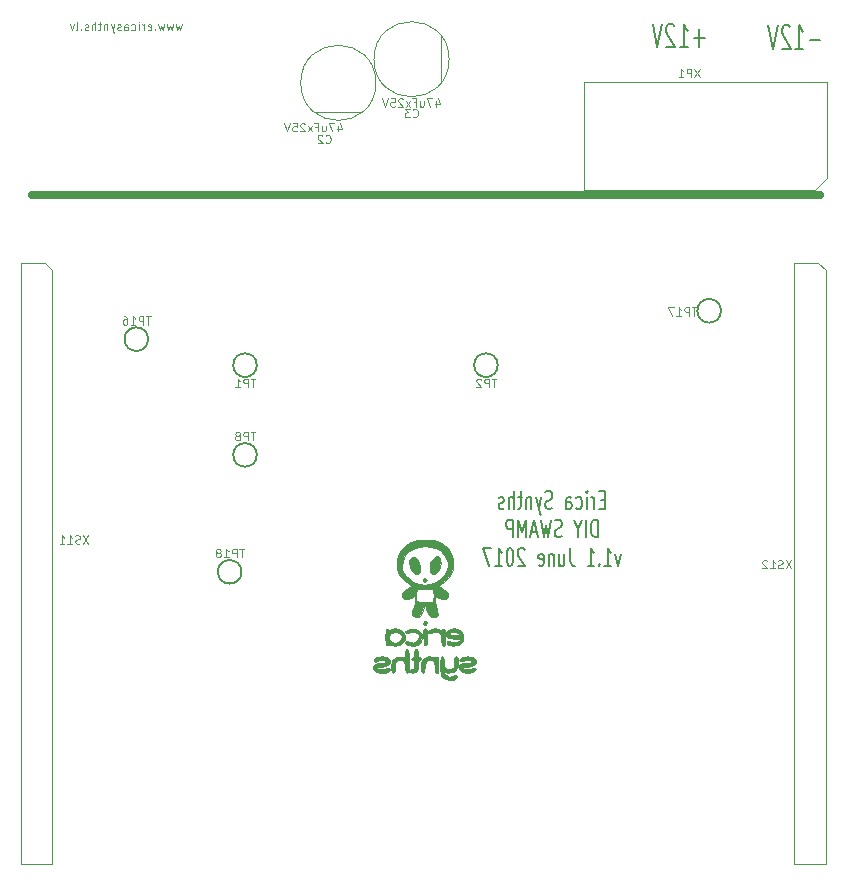
<source format=gbo>
G04 #@! TF.FileFunction,Legend,Bot*
%FSLAX46Y46*%
G04 Gerber Fmt 4.6, Leading zero omitted, Abs format (unit mm)*
G04 Created by KiCad (PCBNEW (2016-08-20 BZR 7083)-product) date Thu Jun  8 07:23:42 2017*
%MOMM*%
%LPD*%
G01*
G04 APERTURE LIST*
%ADD10C,0.100000*%
%ADD11C,0.700000*%
%ADD12C,0.200000*%
%ADD13C,0.150000*%
G04 APERTURE END LIST*
D10*
D11*
X68100000Y90200000D02*
X1400000Y90200000D01*
D10*
X14050000Y104650000D02*
X13916666Y104183334D01*
X13783333Y104516667D01*
X13650000Y104183334D01*
X13516666Y104650000D01*
X13316666Y104650000D02*
X13183333Y104183334D01*
X13050000Y104516667D01*
X12916666Y104183334D01*
X12783333Y104650000D01*
X12583333Y104650000D02*
X12450000Y104183334D01*
X12316666Y104516667D01*
X12183333Y104183334D01*
X12050000Y104650000D01*
X11783333Y104250000D02*
X11750000Y104216667D01*
X11783333Y104183334D01*
X11816666Y104216667D01*
X11783333Y104250000D01*
X11783333Y104183334D01*
X11183333Y104216667D02*
X11250000Y104183334D01*
X11383333Y104183334D01*
X11450000Y104216667D01*
X11483333Y104283334D01*
X11483333Y104550000D01*
X11450000Y104616667D01*
X11383333Y104650000D01*
X11250000Y104650000D01*
X11183333Y104616667D01*
X11150000Y104550000D01*
X11150000Y104483334D01*
X11483333Y104416667D01*
X10850000Y104183334D02*
X10850000Y104650000D01*
X10850000Y104516667D02*
X10816666Y104583334D01*
X10783333Y104616667D01*
X10716666Y104650000D01*
X10650000Y104650000D01*
X10416666Y104183334D02*
X10416666Y104650000D01*
X10416666Y104883334D02*
X10450000Y104850000D01*
X10416666Y104816667D01*
X10383333Y104850000D01*
X10416666Y104883334D01*
X10416666Y104816667D01*
X9783333Y104216667D02*
X9850000Y104183334D01*
X9983333Y104183334D01*
X10050000Y104216667D01*
X10083333Y104250000D01*
X10116666Y104316667D01*
X10116666Y104516667D01*
X10083333Y104583334D01*
X10050000Y104616667D01*
X9983333Y104650000D01*
X9850000Y104650000D01*
X9783333Y104616667D01*
X9183333Y104183334D02*
X9183333Y104550000D01*
X9216666Y104616667D01*
X9283333Y104650000D01*
X9416666Y104650000D01*
X9483333Y104616667D01*
X9183333Y104216667D02*
X9250000Y104183334D01*
X9416666Y104183334D01*
X9483333Y104216667D01*
X9516666Y104283334D01*
X9516666Y104350000D01*
X9483333Y104416667D01*
X9416666Y104450000D01*
X9250000Y104450000D01*
X9183333Y104483334D01*
X8883333Y104216667D02*
X8816666Y104183334D01*
X8683333Y104183334D01*
X8616666Y104216667D01*
X8583333Y104283334D01*
X8583333Y104316667D01*
X8616666Y104383334D01*
X8683333Y104416667D01*
X8783333Y104416667D01*
X8850000Y104450000D01*
X8883333Y104516667D01*
X8883333Y104550000D01*
X8850000Y104616667D01*
X8783333Y104650000D01*
X8683333Y104650000D01*
X8616666Y104616667D01*
X8350000Y104650000D02*
X8183333Y104183334D01*
X8016666Y104650000D02*
X8183333Y104183334D01*
X8250000Y104016667D01*
X8283333Y103983334D01*
X8350000Y103950000D01*
X7750000Y104650000D02*
X7750000Y104183334D01*
X7750000Y104583334D02*
X7716666Y104616667D01*
X7650000Y104650000D01*
X7550000Y104650000D01*
X7483333Y104616667D01*
X7450000Y104550000D01*
X7450000Y104183334D01*
X7216666Y104650000D02*
X6950000Y104650000D01*
X7116666Y104883334D02*
X7116666Y104283334D01*
X7083333Y104216667D01*
X7016666Y104183334D01*
X6950000Y104183334D01*
X6716666Y104183334D02*
X6716666Y104883334D01*
X6416666Y104183334D02*
X6416666Y104550000D01*
X6450000Y104616667D01*
X6516666Y104650000D01*
X6616666Y104650000D01*
X6683333Y104616667D01*
X6716666Y104583334D01*
X6116666Y104216667D02*
X6050000Y104183334D01*
X5916666Y104183334D01*
X5850000Y104216667D01*
X5816666Y104283334D01*
X5816666Y104316667D01*
X5850000Y104383334D01*
X5916666Y104416667D01*
X6016666Y104416667D01*
X6083333Y104450000D01*
X6116666Y104516667D01*
X6116666Y104550000D01*
X6083333Y104616667D01*
X6016666Y104650000D01*
X5916666Y104650000D01*
X5850000Y104616667D01*
X5516666Y104250000D02*
X5483333Y104216667D01*
X5516666Y104183334D01*
X5550000Y104216667D01*
X5516666Y104250000D01*
X5516666Y104183334D01*
X5083333Y104183334D02*
X5150000Y104216667D01*
X5183333Y104283334D01*
X5183333Y104883334D01*
X4883333Y104650000D02*
X4716666Y104183334D01*
X4550000Y104650000D01*
D12*
X68114285Y103357143D02*
X67200000Y103357143D01*
X66000000Y102595239D02*
X66685714Y102595239D01*
X66342857Y102595239D02*
X66342857Y104595239D01*
X66457142Y104309524D01*
X66571428Y104119048D01*
X66685714Y104023810D01*
X65542857Y104404762D02*
X65485714Y104500000D01*
X65371428Y104595239D01*
X65085714Y104595239D01*
X64971428Y104500000D01*
X64914285Y104404762D01*
X64857142Y104214286D01*
X64857142Y104023810D01*
X64914285Y103738096D01*
X65600000Y102595239D01*
X64857142Y102595239D01*
X64514285Y104595239D02*
X64114285Y102595239D01*
X63714285Y104595239D01*
X58314285Y103457143D02*
X57400000Y103457143D01*
X57857142Y102695239D02*
X57857142Y104219048D01*
X56200000Y102695239D02*
X56885714Y102695239D01*
X56542857Y102695239D02*
X56542857Y104695239D01*
X56657142Y104409524D01*
X56771428Y104219048D01*
X56885714Y104123810D01*
X55742857Y104504762D02*
X55685714Y104600000D01*
X55571428Y104695239D01*
X55285714Y104695239D01*
X55171428Y104600000D01*
X55114285Y104504762D01*
X55057142Y104314286D01*
X55057142Y104123810D01*
X55114285Y103838096D01*
X55800000Y102695239D01*
X55057142Y102695239D01*
X54714285Y104695239D02*
X54314285Y102695239D01*
X53914285Y104695239D01*
D13*
X49876190Y64407143D02*
X49542857Y64407143D01*
X49400000Y63621429D02*
X49876190Y63621429D01*
X49876190Y65121429D01*
X49400000Y65121429D01*
X48971428Y63621429D02*
X48971428Y64621429D01*
X48971428Y64335715D02*
X48923809Y64478572D01*
X48876190Y64550000D01*
X48780952Y64621429D01*
X48685714Y64621429D01*
X48352380Y63621429D02*
X48352380Y64621429D01*
X48352380Y65121429D02*
X48400000Y65050000D01*
X48352380Y64978572D01*
X48304761Y65050000D01*
X48352380Y65121429D01*
X48352380Y64978572D01*
X47447619Y63692858D02*
X47542857Y63621429D01*
X47733333Y63621429D01*
X47828571Y63692858D01*
X47876190Y63764286D01*
X47923809Y63907143D01*
X47923809Y64335715D01*
X47876190Y64478572D01*
X47828571Y64550000D01*
X47733333Y64621429D01*
X47542857Y64621429D01*
X47447619Y64550000D01*
X46590476Y63621429D02*
X46590476Y64407143D01*
X46638095Y64550000D01*
X46733333Y64621429D01*
X46923809Y64621429D01*
X47019047Y64550000D01*
X46590476Y63692858D02*
X46685714Y63621429D01*
X46923809Y63621429D01*
X47019047Y63692858D01*
X47066666Y63835715D01*
X47066666Y63978572D01*
X47019047Y64121429D01*
X46923809Y64192858D01*
X46685714Y64192858D01*
X46590476Y64264286D01*
X45400000Y63692858D02*
X45257142Y63621429D01*
X45019047Y63621429D01*
X44923809Y63692858D01*
X44876190Y63764286D01*
X44828571Y63907143D01*
X44828571Y64050000D01*
X44876190Y64192858D01*
X44923809Y64264286D01*
X45019047Y64335715D01*
X45209523Y64407143D01*
X45304761Y64478572D01*
X45352380Y64550000D01*
X45400000Y64692858D01*
X45400000Y64835715D01*
X45352380Y64978572D01*
X45304761Y65050000D01*
X45209523Y65121429D01*
X44971428Y65121429D01*
X44828571Y65050000D01*
X44495238Y64621429D02*
X44257142Y63621429D01*
X44019047Y64621429D02*
X44257142Y63621429D01*
X44352380Y63264286D01*
X44400000Y63192858D01*
X44495238Y63121429D01*
X43638095Y64621429D02*
X43638095Y63621429D01*
X43638095Y64478572D02*
X43590476Y64550000D01*
X43495238Y64621429D01*
X43352380Y64621429D01*
X43257142Y64550000D01*
X43209523Y64407143D01*
X43209523Y63621429D01*
X42876190Y64621429D02*
X42495238Y64621429D01*
X42733333Y65121429D02*
X42733333Y63835715D01*
X42685714Y63692858D01*
X42590476Y63621429D01*
X42495238Y63621429D01*
X42161904Y63621429D02*
X42161904Y65121429D01*
X41733333Y63621429D02*
X41733333Y64407143D01*
X41780952Y64550000D01*
X41876190Y64621429D01*
X42019047Y64621429D01*
X42114285Y64550000D01*
X42161904Y64478572D01*
X41304761Y63692858D02*
X41209523Y63621429D01*
X41019047Y63621429D01*
X40923809Y63692858D01*
X40876190Y63835715D01*
X40876190Y63907143D01*
X40923809Y64050000D01*
X41019047Y64121429D01*
X41161904Y64121429D01*
X41257142Y64192858D01*
X41304761Y64335715D01*
X41304761Y64407143D01*
X41257142Y64550000D01*
X41161904Y64621429D01*
X41019047Y64621429D01*
X40923809Y64550000D01*
X49257142Y61221429D02*
X49257142Y62721429D01*
X49019047Y62721429D01*
X48876190Y62650000D01*
X48780952Y62507143D01*
X48733333Y62364286D01*
X48685714Y62078572D01*
X48685714Y61864286D01*
X48733333Y61578572D01*
X48780952Y61435715D01*
X48876190Y61292858D01*
X49019047Y61221429D01*
X49257142Y61221429D01*
X48257142Y61221429D02*
X48257142Y62721429D01*
X47590476Y61935715D02*
X47590476Y61221429D01*
X47923809Y62721429D02*
X47590476Y61935715D01*
X47257142Y62721429D01*
X46209523Y61292858D02*
X46066666Y61221429D01*
X45828571Y61221429D01*
X45733333Y61292858D01*
X45685714Y61364286D01*
X45638095Y61507143D01*
X45638095Y61650000D01*
X45685714Y61792858D01*
X45733333Y61864286D01*
X45828571Y61935715D01*
X46019047Y62007143D01*
X46114285Y62078572D01*
X46161904Y62150000D01*
X46209523Y62292858D01*
X46209523Y62435715D01*
X46161904Y62578572D01*
X46114285Y62650000D01*
X46019047Y62721429D01*
X45780952Y62721429D01*
X45638095Y62650000D01*
X45304761Y62721429D02*
X45066666Y61221429D01*
X44876190Y62292858D01*
X44685714Y61221429D01*
X44447619Y62721429D01*
X44114285Y61650000D02*
X43638095Y61650000D01*
X44209523Y61221429D02*
X43876190Y62721429D01*
X43542857Y61221429D01*
X43209523Y61221429D02*
X43209523Y62721429D01*
X42876190Y61650000D01*
X42542857Y62721429D01*
X42542857Y61221429D01*
X42066666Y61221429D02*
X42066666Y62721429D01*
X41685714Y62721429D01*
X41590476Y62650000D01*
X41542857Y62578572D01*
X41495238Y62435715D01*
X41495238Y62221429D01*
X41542857Y62078572D01*
X41590476Y62007143D01*
X41685714Y61935715D01*
X42066666Y61935715D01*
X51209523Y59821429D02*
X50971428Y58821429D01*
X50733333Y59821429D01*
X49828571Y58821429D02*
X50400000Y58821429D01*
X50114285Y58821429D02*
X50114285Y60321429D01*
X50209523Y60107143D01*
X50304761Y59964286D01*
X50400000Y59892858D01*
X49400000Y58964286D02*
X49352380Y58892858D01*
X49400000Y58821429D01*
X49447619Y58892858D01*
X49400000Y58964286D01*
X49400000Y58821429D01*
X48400000Y58821429D02*
X48971428Y58821429D01*
X48685714Y58821429D02*
X48685714Y60321429D01*
X48780952Y60107143D01*
X48876190Y59964286D01*
X48971428Y59892858D01*
X46923809Y60321429D02*
X46923809Y59250000D01*
X46971428Y59035715D01*
X47066666Y58892858D01*
X47209523Y58821429D01*
X47304761Y58821429D01*
X46019047Y59821429D02*
X46019047Y58821429D01*
X46447619Y59821429D02*
X46447619Y59035715D01*
X46400000Y58892858D01*
X46304761Y58821429D01*
X46161904Y58821429D01*
X46066666Y58892858D01*
X46019047Y58964286D01*
X45542857Y59821429D02*
X45542857Y58821429D01*
X45542857Y59678572D02*
X45495238Y59750000D01*
X45400000Y59821429D01*
X45257142Y59821429D01*
X45161904Y59750000D01*
X45114285Y59607143D01*
X45114285Y58821429D01*
X44257142Y58892858D02*
X44352380Y58821429D01*
X44542857Y58821429D01*
X44638095Y58892858D01*
X44685714Y59035715D01*
X44685714Y59607143D01*
X44638095Y59750000D01*
X44542857Y59821429D01*
X44352380Y59821429D01*
X44257142Y59750000D01*
X44209523Y59607143D01*
X44209523Y59464286D01*
X44685714Y59321429D01*
X43066666Y60178572D02*
X43019047Y60250000D01*
X42923809Y60321429D01*
X42685714Y60321429D01*
X42590476Y60250000D01*
X42542857Y60178572D01*
X42495238Y60035715D01*
X42495238Y59892858D01*
X42542857Y59678572D01*
X43114285Y58821429D01*
X42495238Y58821429D01*
X41876190Y60321429D02*
X41780952Y60321429D01*
X41685714Y60250000D01*
X41638095Y60178572D01*
X41590476Y60035715D01*
X41542857Y59750000D01*
X41542857Y59392858D01*
X41590476Y59107143D01*
X41638095Y58964286D01*
X41685714Y58892858D01*
X41780952Y58821429D01*
X41876190Y58821429D01*
X41971428Y58892858D01*
X42019047Y58964286D01*
X42066666Y59107143D01*
X42114285Y59392858D01*
X42114285Y59750000D01*
X42066666Y60035715D01*
X42019047Y60178572D01*
X41971428Y60250000D01*
X41876190Y60321429D01*
X40590476Y58821429D02*
X41161904Y58821429D01*
X40876190Y58821429D02*
X40876190Y60321429D01*
X40971428Y60107143D01*
X41066666Y59964286D01*
X41161904Y59892858D01*
X40257142Y60321429D02*
X39590476Y60321429D01*
X40019047Y58821429D01*
D10*
G36*
X35932782Y50473353D02*
X35934600Y50303799D01*
X35943211Y50000886D01*
X35958139Y49780944D01*
X35981599Y49625429D01*
X36015808Y49515795D01*
X36032933Y49480751D01*
X36174904Y49319142D01*
X36383932Y49202781D01*
X36632090Y49140846D01*
X36891451Y49142517D01*
X36996094Y49164144D01*
X37172284Y49237983D01*
X37286256Y49337637D01*
X37321279Y49446498D01*
X37313590Y49479254D01*
X37267970Y49543717D01*
X37186493Y49556413D01*
X37048178Y49517482D01*
X36958147Y49481633D01*
X36797118Y49431146D01*
X36653616Y49436654D01*
X36576969Y49456466D01*
X36407877Y49525683D01*
X36308097Y49624488D01*
X36254312Y49751671D01*
X36238476Y49825415D01*
X36271282Y49841343D01*
X36375603Y49810023D01*
X36378453Y49809030D01*
X36590241Y49770459D01*
X36821540Y49782511D01*
X37032546Y49839427D01*
X37171723Y49923803D01*
X37282417Y50039707D01*
X37352569Y50155741D01*
X37394327Y50303226D01*
X37419837Y50513484D01*
X37424878Y50576596D01*
X37428625Y50847405D01*
X37393144Y51031332D01*
X37319300Y51125303D01*
X37267000Y51137600D01*
X37178116Y51092567D01*
X37120088Y50955903D01*
X37092155Y50725264D01*
X37089200Y50590014D01*
X37082733Y50384762D01*
X37059621Y50254443D01*
X37014300Y50172992D01*
X36996300Y50154874D01*
X36859085Y50089000D01*
X36677161Y50072327D01*
X36494219Y50103978D01*
X36371531Y50167424D01*
X36310566Y50228921D01*
X36272227Y50309807D01*
X36249543Y50435897D01*
X36235542Y50633011D01*
X36233355Y50679148D01*
X36218168Y50901418D01*
X36194684Y51039166D01*
X36159210Y51109364D01*
X36136506Y51124178D01*
X36056496Y51132381D01*
X35998366Y51080530D01*
X35959868Y50959494D01*
X35938756Y50760145D01*
X35932782Y50473353D01*
X35932782Y50473353D01*
X35932782Y50473353D01*
G37*
X35932782Y50473353D02*
X35934600Y50303799D01*
X35943211Y50000886D01*
X35958139Y49780944D01*
X35981599Y49625429D01*
X36015808Y49515795D01*
X36032933Y49480751D01*
X36174904Y49319142D01*
X36383932Y49202781D01*
X36632090Y49140846D01*
X36891451Y49142517D01*
X36996094Y49164144D01*
X37172284Y49237983D01*
X37286256Y49337637D01*
X37321279Y49446498D01*
X37313590Y49479254D01*
X37267970Y49543717D01*
X37186493Y49556413D01*
X37048178Y49517482D01*
X36958147Y49481633D01*
X36797118Y49431146D01*
X36653616Y49436654D01*
X36576969Y49456466D01*
X36407877Y49525683D01*
X36308097Y49624488D01*
X36254312Y49751671D01*
X36238476Y49825415D01*
X36271282Y49841343D01*
X36375603Y49810023D01*
X36378453Y49809030D01*
X36590241Y49770459D01*
X36821540Y49782511D01*
X37032546Y49839427D01*
X37171723Y49923803D01*
X37282417Y50039707D01*
X37352569Y50155741D01*
X37394327Y50303226D01*
X37419837Y50513484D01*
X37424878Y50576596D01*
X37428625Y50847405D01*
X37393144Y51031332D01*
X37319300Y51125303D01*
X37267000Y51137600D01*
X37178116Y51092567D01*
X37120088Y50955903D01*
X37092155Y50725264D01*
X37089200Y50590014D01*
X37082733Y50384762D01*
X37059621Y50254443D01*
X37014300Y50172992D01*
X36996300Y50154874D01*
X36859085Y50089000D01*
X36677161Y50072327D01*
X36494219Y50103978D01*
X36371531Y50167424D01*
X36310566Y50228921D01*
X36272227Y50309807D01*
X36249543Y50435897D01*
X36235542Y50633011D01*
X36233355Y50679148D01*
X36218168Y50901418D01*
X36194684Y51039166D01*
X36159210Y51109364D01*
X36136506Y51124178D01*
X36056496Y51132381D01*
X35998366Y51080530D01*
X35959868Y50959494D01*
X35938756Y50760145D01*
X35932782Y50473353D01*
X35932782Y50473353D01*
G36*
X37496540Y50221686D02*
X37537640Y50044341D01*
X37658457Y49895084D01*
X37851750Y49792140D01*
X38097172Y49740515D01*
X38374375Y49745211D01*
X38584481Y49786904D01*
X38785880Y49862646D01*
X38905138Y49951306D01*
X38935285Y50045506D01*
X38894974Y50115599D01*
X38812723Y50163248D01*
X38705334Y50138054D01*
X38697897Y50134715D01*
X38518060Y50075597D01*
X38319601Y50045455D01*
X38126919Y50043133D01*
X37964411Y50067474D01*
X37856475Y50117321D01*
X37825800Y50176055D01*
X37852671Y50215732D01*
X37943205Y50244497D01*
X38112285Y50265903D01*
X38243571Y50275790D01*
X38552557Y50315048D01*
X38770889Y50388529D01*
X38904643Y50499364D01*
X38959232Y50644812D01*
X38937602Y50832632D01*
X38828602Y50979863D01*
X38640204Y51081024D01*
X38380380Y51130635D01*
X38246532Y51134733D01*
X38007706Y51114999D01*
X37805942Y51066483D01*
X37654542Y50997112D01*
X37566812Y50914808D01*
X37556054Y50827497D01*
X37613823Y50757856D01*
X37693803Y50717173D01*
X37787186Y50726552D01*
X37878892Y50760832D01*
X38056827Y50811308D01*
X38254357Y50831747D01*
X38438197Y50822516D01*
X38575063Y50783980D01*
X38616414Y50752729D01*
X38649825Y50675900D01*
X38598446Y50622798D01*
X38457349Y50591415D01*
X38221608Y50579741D01*
X38191578Y50579578D01*
X37899052Y50554358D01*
X37681961Y50483240D01*
X37545920Y50370818D01*
X37496540Y50221686D01*
X37496540Y50221686D01*
X37496540Y50221686D01*
G37*
X37496540Y50221686D02*
X37537640Y50044341D01*
X37658457Y49895084D01*
X37851750Y49792140D01*
X38097172Y49740515D01*
X38374375Y49745211D01*
X38584481Y49786904D01*
X38785880Y49862646D01*
X38905138Y49951306D01*
X38935285Y50045506D01*
X38894974Y50115599D01*
X38812723Y50163248D01*
X38705334Y50138054D01*
X38697897Y50134715D01*
X38518060Y50075597D01*
X38319601Y50045455D01*
X38126919Y50043133D01*
X37964411Y50067474D01*
X37856475Y50117321D01*
X37825800Y50176055D01*
X37852671Y50215732D01*
X37943205Y50244497D01*
X38112285Y50265903D01*
X38243571Y50275790D01*
X38552557Y50315048D01*
X38770889Y50388529D01*
X38904643Y50499364D01*
X38959232Y50644812D01*
X38937602Y50832632D01*
X38828602Y50979863D01*
X38640204Y51081024D01*
X38380380Y51130635D01*
X38246532Y51134733D01*
X38007706Y51114999D01*
X37805942Y51066483D01*
X37654542Y50997112D01*
X37566812Y50914808D01*
X37556054Y50827497D01*
X37613823Y50757856D01*
X37693803Y50717173D01*
X37787186Y50726552D01*
X37878892Y50760832D01*
X38056827Y50811308D01*
X38254357Y50831747D01*
X38438197Y50822516D01*
X38575063Y50783980D01*
X38616414Y50752729D01*
X38649825Y50675900D01*
X38598446Y50622798D01*
X38457349Y50591415D01*
X38221608Y50579741D01*
X38191578Y50579578D01*
X37899052Y50554358D01*
X37681961Y50483240D01*
X37545920Y50370818D01*
X37496540Y50221686D01*
X37496540Y50221686D01*
G36*
X30232140Y50221686D02*
X30273240Y50044341D01*
X30394428Y49894735D01*
X30589215Y49791782D01*
X30838263Y49741083D01*
X31122234Y49748237D01*
X31232136Y49766639D01*
X31462480Y49829851D01*
X31599864Y49907461D01*
X31652492Y50004468D01*
X31653600Y50023382D01*
X31626824Y50117222D01*
X31539751Y50152602D01*
X31382266Y50131363D01*
X31258840Y50095192D01*
X31070155Y50053482D01*
X30880537Y50043979D01*
X30715544Y50063795D01*
X30600735Y50110042D01*
X30561400Y50174007D01*
X30586172Y50214561D01*
X30671107Y50243481D01*
X30832131Y50264699D01*
X30972146Y50275384D01*
X31271067Y50310924D01*
X31482354Y50375863D01*
X31617056Y50475442D01*
X31686005Y50614023D01*
X31682646Y50790626D01*
X31592821Y50946693D01*
X31431607Y51058300D01*
X31397886Y51071233D01*
X31189213Y51120100D01*
X30970340Y51133485D01*
X30757494Y51116269D01*
X30566902Y51073335D01*
X30414790Y51009563D01*
X30317386Y50929837D01*
X30290916Y50839037D01*
X30340046Y50752983D01*
X30404980Y50702304D01*
X30474366Y50704372D01*
X30577962Y50752030D01*
X30746968Y50807418D01*
X30949975Y50829884D01*
X31147221Y50819134D01*
X31298943Y50774875D01*
X31326391Y50757566D01*
X31385170Y50684056D01*
X31345476Y50629525D01*
X31208766Y50594623D01*
X30976500Y50580001D01*
X30927178Y50579578D01*
X30634652Y50554358D01*
X30417561Y50483240D01*
X30281520Y50370818D01*
X30232140Y50221686D01*
X30232140Y50221686D01*
X30232140Y50221686D01*
G37*
X30232140Y50221686D02*
X30273240Y50044341D01*
X30394428Y49894735D01*
X30589215Y49791782D01*
X30838263Y49741083D01*
X31122234Y49748237D01*
X31232136Y49766639D01*
X31462480Y49829851D01*
X31599864Y49907461D01*
X31652492Y50004468D01*
X31653600Y50023382D01*
X31626824Y50117222D01*
X31539751Y50152602D01*
X31382266Y50131363D01*
X31258840Y50095192D01*
X31070155Y50053482D01*
X30880537Y50043979D01*
X30715544Y50063795D01*
X30600735Y50110042D01*
X30561400Y50174007D01*
X30586172Y50214561D01*
X30671107Y50243481D01*
X30832131Y50264699D01*
X30972146Y50275384D01*
X31271067Y50310924D01*
X31482354Y50375863D01*
X31617056Y50475442D01*
X31686005Y50614023D01*
X31682646Y50790626D01*
X31592821Y50946693D01*
X31431607Y51058300D01*
X31397886Y51071233D01*
X31189213Y51120100D01*
X30970340Y51133485D01*
X30757494Y51116269D01*
X30566902Y51073335D01*
X30414790Y51009563D01*
X30317386Y50929837D01*
X30290916Y50839037D01*
X30340046Y50752983D01*
X30404980Y50702304D01*
X30474366Y50704372D01*
X30577962Y50752030D01*
X30746968Y50807418D01*
X30949975Y50829884D01*
X31147221Y50819134D01*
X31298943Y50774875D01*
X31326391Y50757566D01*
X31385170Y50684056D01*
X31345476Y50629525D01*
X31208766Y50594623D01*
X30976500Y50580001D01*
X30927178Y50579578D01*
X30634652Y50554358D01*
X30417561Y50483240D01*
X30281520Y50370818D01*
X30232140Y50221686D01*
X30232140Y50221686D01*
G36*
X34296741Y50082829D02*
X34315202Y49900841D01*
X34365652Y49800598D01*
X34450219Y49774102D01*
X34462096Y49775403D01*
X34517757Y49791586D01*
X34553735Y49834773D01*
X34576644Y49925801D01*
X34593101Y50085511D01*
X34602230Y50216794D01*
X34632384Y50483589D01*
X34688907Y50664242D01*
X34782192Y50772947D01*
X34922630Y50823897D01*
X35053249Y50832800D01*
X35239952Y50807450D01*
X35364760Y50723669D01*
X35436223Y50569859D01*
X35462890Y50334426D01*
X35463600Y50276176D01*
X35468740Y50040709D01*
X35488272Y49889331D01*
X35528367Y49804864D01*
X35595193Y49770131D01*
X35646836Y49766000D01*
X35768400Y49766000D01*
X35768400Y50427995D01*
X35766460Y50707121D01*
X35759486Y50900277D01*
X35745746Y51023037D01*
X35723510Y51090976D01*
X35691554Y51119478D01*
X35590461Y51115543D01*
X35542401Y51088959D01*
X35448288Y51055478D01*
X35368587Y51083275D01*
X35198584Y51130462D01*
X34986349Y51131260D01*
X34778449Y51088658D01*
X34666261Y51038236D01*
X34494408Y50901124D01*
X34384204Y50726064D01*
X34323085Y50489069D01*
X34308146Y50354559D01*
X34296741Y50082829D01*
X34296741Y50082829D01*
X34296741Y50082829D01*
G37*
X34296741Y50082829D02*
X34315202Y49900841D01*
X34365652Y49800598D01*
X34450219Y49774102D01*
X34462096Y49775403D01*
X34517757Y49791586D01*
X34553735Y49834773D01*
X34576644Y49925801D01*
X34593101Y50085511D01*
X34602230Y50216794D01*
X34632384Y50483589D01*
X34688907Y50664242D01*
X34782192Y50772947D01*
X34922630Y50823897D01*
X35053249Y50832800D01*
X35239952Y50807450D01*
X35364760Y50723669D01*
X35436223Y50569859D01*
X35462890Y50334426D01*
X35463600Y50276176D01*
X35468740Y50040709D01*
X35488272Y49889331D01*
X35528367Y49804864D01*
X35595193Y49770131D01*
X35646836Y49766000D01*
X35768400Y49766000D01*
X35768400Y50427995D01*
X35766460Y50707121D01*
X35759486Y50900277D01*
X35745746Y51023037D01*
X35723510Y51090976D01*
X35691554Y51119478D01*
X35590461Y51115543D01*
X35542401Y51088959D01*
X35448288Y51055478D01*
X35368587Y51083275D01*
X35198584Y51130462D01*
X34986349Y51131260D01*
X34778449Y51088658D01*
X34666261Y51038236D01*
X34494408Y50901124D01*
X34384204Y50726064D01*
X34323085Y50489069D01*
X34308146Y50354559D01*
X34296741Y50082829D01*
X34296741Y50082829D01*
G36*
X33355988Y49943561D02*
X33359959Y49848639D01*
X33431953Y49787297D01*
X33562098Y49765348D01*
X33715295Y49781853D01*
X33856444Y49835874D01*
X33895873Y49862960D01*
X33956975Y49924791D01*
X33996325Y50007014D01*
X34021014Y50135044D01*
X34038136Y50334296D01*
X34041200Y50383660D01*
X34056865Y50594122D01*
X34076019Y50720868D01*
X34103345Y50781779D01*
X34143529Y50794731D01*
X34148724Y50794030D01*
X34252216Y50819834D01*
X34317582Y50906483D01*
X34317182Y51001191D01*
X34246765Y51072212D01*
X34176605Y51096530D01*
X34113504Y51118513D01*
X34075582Y51178196D01*
X34052509Y51299999D01*
X34041200Y51416554D01*
X34020370Y51593331D01*
X33989496Y51691440D01*
X33939986Y51733802D01*
X33920288Y51739052D01*
X33826146Y51728072D01*
X33768005Y51644823D01*
X33740790Y51478718D01*
X33737178Y51357034D01*
X33731716Y51200704D01*
X33709145Y51118915D01*
X33658396Y51084790D01*
X33622100Y51077634D01*
X33524727Y51029873D01*
X33486499Y50946874D01*
X33511553Y50865559D01*
X33593682Y50824029D01*
X33655190Y50807882D01*
X33690364Y50765873D01*
X33706499Y50674865D01*
X33710884Y50511720D01*
X33711000Y50451800D01*
X33709140Y50265770D01*
X33697902Y50158169D01*
X33668802Y50105831D01*
X33613357Y50085589D01*
X33575018Y50080485D01*
X33430559Y50033158D01*
X33355988Y49943561D01*
X33355988Y49943561D01*
X33355988Y49943561D01*
G37*
X33355988Y49943561D02*
X33359959Y49848639D01*
X33431953Y49787297D01*
X33562098Y49765348D01*
X33715295Y49781853D01*
X33856444Y49835874D01*
X33895873Y49862960D01*
X33956975Y49924791D01*
X33996325Y50007014D01*
X34021014Y50135044D01*
X34038136Y50334296D01*
X34041200Y50383660D01*
X34056865Y50594122D01*
X34076019Y50720868D01*
X34103345Y50781779D01*
X34143529Y50794731D01*
X34148724Y50794030D01*
X34252216Y50819834D01*
X34317582Y50906483D01*
X34317182Y51001191D01*
X34246765Y51072212D01*
X34176605Y51096530D01*
X34113504Y51118513D01*
X34075582Y51178196D01*
X34052509Y51299999D01*
X34041200Y51416554D01*
X34020370Y51593331D01*
X33989496Y51691440D01*
X33939986Y51733802D01*
X33920288Y51739052D01*
X33826146Y51728072D01*
X33768005Y51644823D01*
X33740790Y51478718D01*
X33737178Y51357034D01*
X33731716Y51200704D01*
X33709145Y51118915D01*
X33658396Y51084790D01*
X33622100Y51077634D01*
X33524727Y51029873D01*
X33486499Y50946874D01*
X33511553Y50865559D01*
X33593682Y50824029D01*
X33655190Y50807882D01*
X33690364Y50765873D01*
X33706499Y50674865D01*
X33710884Y50511720D01*
X33711000Y50451800D01*
X33709140Y50265770D01*
X33697902Y50158169D01*
X33668802Y50105831D01*
X33613357Y50085589D01*
X33575018Y50080485D01*
X33430559Y50033158D01*
X33355988Y49943561D01*
X33355988Y49943561D01*
G36*
X31776506Y50063459D02*
X31806134Y49886294D01*
X31870940Y49790098D01*
X31954263Y49766000D01*
X32026666Y49792366D01*
X32074320Y49880015D01*
X32100885Y50041779D01*
X32110024Y50290487D01*
X32110107Y50312100D01*
X32130264Y50555294D01*
X32195531Y50715272D01*
X32314992Y50803815D01*
X32497730Y50832706D01*
X32511573Y50832800D01*
X32694425Y50814480D01*
X32821569Y50749877D01*
X32903819Y50624530D01*
X32951988Y50423976D01*
X32972171Y50216794D01*
X32988120Y50007570D01*
X33006882Y49879180D01*
X33034821Y49810920D01*
X33078301Y49782086D01*
X33107635Y49776015D01*
X33211068Y49797937D01*
X33247335Y49843669D01*
X33258137Y49920870D01*
X33267372Y50080442D01*
X33274363Y50303160D01*
X33278437Y50569798D01*
X33279200Y50751046D01*
X33275747Y51110880D01*
X33263875Y51379356D01*
X33241315Y51566529D01*
X33205798Y51682453D01*
X33155056Y51737185D01*
X33086819Y51740779D01*
X33057947Y51731649D01*
X33010910Y51691153D01*
X32984900Y51600554D01*
X32974983Y51438040D01*
X32974400Y51362360D01*
X32971736Y51183521D01*
X32959925Y51087075D01*
X32933244Y51053874D01*
X32885968Y51064767D01*
X32885500Y51064976D01*
X32686005Y51115911D01*
X32453091Y51120971D01*
X32238402Y51081168D01*
X32165212Y51050858D01*
X31991266Y50935816D01*
X31877439Y50792579D01*
X31811044Y50597421D01*
X31779570Y50329612D01*
X31776506Y50063459D01*
X31776506Y50063459D01*
X31776506Y50063459D01*
G37*
X31776506Y50063459D02*
X31806134Y49886294D01*
X31870940Y49790098D01*
X31954263Y49766000D01*
X32026666Y49792366D01*
X32074320Y49880015D01*
X32100885Y50041779D01*
X32110024Y50290487D01*
X32110107Y50312100D01*
X32130264Y50555294D01*
X32195531Y50715272D01*
X32314992Y50803815D01*
X32497730Y50832706D01*
X32511573Y50832800D01*
X32694425Y50814480D01*
X32821569Y50749877D01*
X32903819Y50624530D01*
X32951988Y50423976D01*
X32972171Y50216794D01*
X32988120Y50007570D01*
X33006882Y49879180D01*
X33034821Y49810920D01*
X33078301Y49782086D01*
X33107635Y49776015D01*
X33211068Y49797937D01*
X33247335Y49843669D01*
X33258137Y49920870D01*
X33267372Y50080442D01*
X33274363Y50303160D01*
X33278437Y50569798D01*
X33279200Y50751046D01*
X33275747Y51110880D01*
X33263875Y51379356D01*
X33241315Y51566529D01*
X33205798Y51682453D01*
X33155056Y51737185D01*
X33086819Y51740779D01*
X33057947Y51731649D01*
X33010910Y51691153D01*
X32984900Y51600554D01*
X32974983Y51438040D01*
X32974400Y51362360D01*
X32971736Y51183521D01*
X32959925Y51087075D01*
X32933244Y51053874D01*
X32885968Y51064767D01*
X32885500Y51064976D01*
X32686005Y51115911D01*
X32453091Y51120971D01*
X32238402Y51081168D01*
X32165212Y51050858D01*
X31991266Y50935816D01*
X31877439Y50792579D01*
X31811044Y50597421D01*
X31779570Y50329612D01*
X31776506Y50063459D01*
X31776506Y50063459D01*
G36*
X36450361Y53120121D02*
X36453241Y52970767D01*
X36514353Y52822795D01*
X36630528Y52720890D01*
X36751723Y52679969D01*
X36751723Y52992447D01*
X36754502Y53093005D01*
X36833214Y53168017D01*
X36964496Y53213455D01*
X37124986Y53225292D01*
X37291322Y53199501D01*
X37440140Y53132056D01*
X37463350Y53115113D01*
X37554771Y53030422D01*
X37596884Y52966207D01*
X37597200Y52962713D01*
X37550415Y52940874D01*
X37426050Y52924411D01*
X37248092Y52916093D01*
X37189206Y52915600D01*
X36973104Y52920074D01*
X36839711Y52935672D01*
X36770442Y52965659D01*
X36751723Y52992447D01*
X36751723Y52679969D01*
X36815135Y52658558D01*
X37081541Y52629303D01*
X37161883Y52626411D01*
X37397625Y52613083D01*
X37536650Y52585862D01*
X37583201Y52542248D01*
X37541521Y52479742D01*
X37483399Y52436977D01*
X37241266Y52334621D01*
X36979578Y52331933D01*
X36810056Y52379403D01*
X36634043Y52432506D01*
X36529442Y52425031D01*
X36484007Y52354051D01*
X36479600Y52300410D01*
X36525865Y52205726D01*
X36649198Y52131024D01*
X36826408Y52079836D01*
X37034304Y52055696D01*
X37249696Y52062134D01*
X37449391Y52102684D01*
X37540229Y52138864D01*
X37726381Y52281435D01*
X37846118Y52477481D01*
X37899182Y52703569D01*
X37885318Y52936267D01*
X37804268Y53152141D01*
X37655776Y53327759D01*
X37553980Y53394281D01*
X37316427Y53480675D01*
X37077291Y53505372D01*
X36853844Y53475020D01*
X36663359Y53396264D01*
X36523107Y53275749D01*
X36450361Y53120121D01*
X36450361Y53120121D01*
X36450361Y53120121D01*
G37*
X36450361Y53120121D02*
X36453241Y52970767D01*
X36514353Y52822795D01*
X36630528Y52720890D01*
X36751723Y52679969D01*
X36751723Y52992447D01*
X36754502Y53093005D01*
X36833214Y53168017D01*
X36964496Y53213455D01*
X37124986Y53225292D01*
X37291322Y53199501D01*
X37440140Y53132056D01*
X37463350Y53115113D01*
X37554771Y53030422D01*
X37596884Y52966207D01*
X37597200Y52962713D01*
X37550415Y52940874D01*
X37426050Y52924411D01*
X37248092Y52916093D01*
X37189206Y52915600D01*
X36973104Y52920074D01*
X36839711Y52935672D01*
X36770442Y52965659D01*
X36751723Y52992447D01*
X36751723Y52679969D01*
X36815135Y52658558D01*
X37081541Y52629303D01*
X37161883Y52626411D01*
X37397625Y52613083D01*
X37536650Y52585862D01*
X37583201Y52542248D01*
X37541521Y52479742D01*
X37483399Y52436977D01*
X37241266Y52334621D01*
X36979578Y52331933D01*
X36810056Y52379403D01*
X36634043Y52432506D01*
X36529442Y52425031D01*
X36484007Y52354051D01*
X36479600Y52300410D01*
X36525865Y52205726D01*
X36649198Y52131024D01*
X36826408Y52079836D01*
X37034304Y52055696D01*
X37249696Y52062134D01*
X37449391Y52102684D01*
X37540229Y52138864D01*
X37726381Y52281435D01*
X37846118Y52477481D01*
X37899182Y52703569D01*
X37885318Y52936267D01*
X37804268Y53152141D01*
X37655776Y53327759D01*
X37553980Y53394281D01*
X37316427Y53480675D01*
X37077291Y53505372D01*
X36853844Y53475020D01*
X36663359Y53396264D01*
X36523107Y53275749D01*
X36450361Y53120121D01*
X36450361Y53120121D01*
G36*
X34864635Y53234090D02*
X34880991Y53174541D01*
X34914581Y53138049D01*
X34978579Y53089333D01*
X35049275Y53093125D01*
X35149962Y53139630D01*
X35341789Y53201601D01*
X35551050Y53211565D01*
X35748787Y53174693D01*
X35906038Y53096154D01*
X35990844Y52989525D01*
X36007835Y52896590D01*
X36019566Y52739898D01*
X36023094Y52593946D01*
X36028366Y52406253D01*
X36041282Y52245216D01*
X36054419Y52166300D01*
X36118066Y52077337D01*
X36217171Y52050528D01*
X36293334Y52085867D01*
X36305897Y52146633D01*
X36316351Y52289016D01*
X36323737Y52493040D01*
X36327096Y52738728D01*
X36327200Y52791632D01*
X36325768Y53068090D01*
X36320104Y53259488D01*
X36308158Y53382342D01*
X36287881Y53453167D01*
X36257223Y53488481D01*
X36239641Y53497130D01*
X36136573Y53489033D01*
X36091404Y53447750D01*
X36014081Y53392734D01*
X35937664Y53413686D01*
X35725458Y53484266D01*
X35482195Y53503054D01*
X35240997Y53473345D01*
X35034984Y53398434D01*
X34921714Y53312623D01*
X34864635Y53234090D01*
X34864635Y53234090D01*
X34864635Y53234090D01*
G37*
X34864635Y53234090D02*
X34880991Y53174541D01*
X34914581Y53138049D01*
X34978579Y53089333D01*
X35049275Y53093125D01*
X35149962Y53139630D01*
X35341789Y53201601D01*
X35551050Y53211565D01*
X35748787Y53174693D01*
X35906038Y53096154D01*
X35990844Y52989525D01*
X36007835Y52896590D01*
X36019566Y52739898D01*
X36023094Y52593946D01*
X36028366Y52406253D01*
X36041282Y52245216D01*
X36054419Y52166300D01*
X36118066Y52077337D01*
X36217171Y52050528D01*
X36293334Y52085867D01*
X36305897Y52146633D01*
X36316351Y52289016D01*
X36323737Y52493040D01*
X36327096Y52738728D01*
X36327200Y52791632D01*
X36325768Y53068090D01*
X36320104Y53259488D01*
X36308158Y53382342D01*
X36287881Y53453167D01*
X36257223Y53488481D01*
X36239641Y53497130D01*
X36136573Y53489033D01*
X36091404Y53447750D01*
X36014081Y53392734D01*
X35937664Y53413686D01*
X35725458Y53484266D01*
X35482195Y53503054D01*
X35240997Y53473345D01*
X35034984Y53398434D01*
X34921714Y53312623D01*
X34864635Y53234090D01*
X34864635Y53234090D01*
G36*
X34505181Y53189917D02*
X34506150Y52969225D01*
X34509706Y52769930D01*
X34516145Y52492636D01*
X34524076Y52300726D01*
X34536286Y52177992D01*
X34555565Y52108228D01*
X34584699Y52075225D01*
X34626478Y52062776D01*
X34631479Y52062035D01*
X34727471Y52082538D01*
X34770485Y52163635D01*
X34783672Y52262255D01*
X34794265Y52435003D01*
X34800919Y52654418D01*
X34802507Y52816991D01*
X34795618Y53118682D01*
X34772187Y53328400D01*
X34729427Y53454834D01*
X34664550Y53506677D01*
X34584566Y53496595D01*
X34548849Y53473509D01*
X34524840Y53425644D01*
X34510848Y53336584D01*
X34505181Y53189917D01*
X34505181Y53189917D01*
X34505181Y53189917D01*
G37*
X34505181Y53189917D02*
X34506150Y52969225D01*
X34509706Y52769930D01*
X34516145Y52492636D01*
X34524076Y52300726D01*
X34536286Y52177992D01*
X34555565Y52108228D01*
X34584699Y52075225D01*
X34626478Y52062776D01*
X34631479Y52062035D01*
X34727471Y52082538D01*
X34770485Y52163635D01*
X34783672Y52262255D01*
X34794265Y52435003D01*
X34800919Y52654418D01*
X34802507Y52816991D01*
X34795618Y53118682D01*
X34772187Y53328400D01*
X34729427Y53454834D01*
X34664550Y53506677D01*
X34584566Y53496595D01*
X34548849Y53473509D01*
X34524840Y53425644D01*
X34510848Y53336584D01*
X34505181Y53189917D01*
X34505181Y53189917D01*
G36*
X32974400Y52300410D02*
X33020534Y52205315D01*
X33142933Y52130166D01*
X33317595Y52078512D01*
X33520518Y52053897D01*
X33727699Y52059870D01*
X33915137Y52099978D01*
X34015800Y52146517D01*
X34209924Y52292469D01*
X34323569Y52453491D01*
X34376555Y52660870D01*
X34382814Y52725888D01*
X34361757Y53001065D01*
X34257893Y53220844D01*
X34076896Y53379760D01*
X33824442Y53472349D01*
X33584000Y53495008D01*
X33344334Y53474044D01*
X33150527Y53415801D01*
X33022699Y53328391D01*
X32982958Y53252718D01*
X32990105Y53138118D01*
X33064159Y53095897D01*
X33197547Y53129327D01*
X33230976Y53145532D01*
X33410858Y53199999D01*
X33622371Y53209569D01*
X33824727Y53176939D01*
X33977139Y53104799D01*
X33988036Y53095541D01*
X34100187Y52935789D01*
X34127170Y52756685D01*
X34075667Y52582314D01*
X33952356Y52436762D01*
X33780975Y52348933D01*
X33634047Y52315590D01*
X33504587Y52321186D01*
X33340575Y52368659D01*
X33323137Y52374804D01*
X33141095Y52428234D01*
X33032368Y52427636D01*
X32982350Y52369895D01*
X32974400Y52300410D01*
X32974400Y52300410D01*
X32974400Y52300410D01*
G37*
X32974400Y52300410D02*
X33020534Y52205315D01*
X33142933Y52130166D01*
X33317595Y52078512D01*
X33520518Y52053897D01*
X33727699Y52059870D01*
X33915137Y52099978D01*
X34015800Y52146517D01*
X34209924Y52292469D01*
X34323569Y52453491D01*
X34376555Y52660870D01*
X34382814Y52725888D01*
X34361757Y53001065D01*
X34257893Y53220844D01*
X34076896Y53379760D01*
X33824442Y53472349D01*
X33584000Y53495008D01*
X33344334Y53474044D01*
X33150527Y53415801D01*
X33022699Y53328391D01*
X32982958Y53252718D01*
X32990105Y53138118D01*
X33064159Y53095897D01*
X33197547Y53129327D01*
X33230976Y53145532D01*
X33410858Y53199999D01*
X33622371Y53209569D01*
X33824727Y53176939D01*
X33977139Y53104799D01*
X33988036Y53095541D01*
X34100187Y52935789D01*
X34127170Y52756685D01*
X34075667Y52582314D01*
X33952356Y52436762D01*
X33780975Y52348933D01*
X33634047Y52315590D01*
X33504587Y52321186D01*
X33340575Y52368659D01*
X33323137Y52374804D01*
X33141095Y52428234D01*
X33032368Y52427636D01*
X32982350Y52369895D01*
X32974400Y52300410D01*
X32974400Y52300410D01*
G36*
X31290176Y52870202D02*
X31291600Y52635073D01*
X31301780Y52414329D01*
X31320682Y52231090D01*
X31348271Y52108474D01*
X31374847Y52070123D01*
X31474647Y52074666D01*
X31528752Y52104586D01*
X31579337Y52126790D01*
X31579337Y52826940D01*
X31636488Y52997334D01*
X31766610Y53132094D01*
X31806000Y53154665D01*
X32013718Y53217857D01*
X32225321Y53213185D01*
X32418164Y53150071D01*
X32569603Y53037935D01*
X32656989Y52886198D01*
X32669600Y52795388D01*
X32626677Y52587032D01*
X32508853Y52431435D01*
X32332554Y52336828D01*
X32114200Y52311442D01*
X31870216Y52363507D01*
X31835331Y52377284D01*
X31679798Y52489381D01*
X31594121Y52648444D01*
X31579337Y52826940D01*
X31579337Y52126790D01*
X31615589Y52142701D01*
X31730727Y52111615D01*
X31733695Y52110269D01*
X31884602Y52072197D01*
X32089592Y52057273D01*
X32303806Y52065566D01*
X32482382Y52097144D01*
X32517174Y52109072D01*
X32734351Y52247798D01*
X32884350Y52456089D01*
X32927274Y52573643D01*
X32956012Y52831729D01*
X32890566Y53063846D01*
X32764405Y53245778D01*
X32575509Y53390365D01*
X32331308Y53477642D01*
X32063585Y53502631D01*
X31804123Y53460352D01*
X31690501Y53414016D01*
X31583829Y53402957D01*
X31523931Y53444413D01*
X31430497Y53494537D01*
X31372730Y53492207D01*
X31338785Y53430720D01*
X31313734Y53291144D01*
X31297543Y53096599D01*
X31290176Y52870202D01*
X31290176Y52870202D01*
X31290176Y52870202D01*
G37*
X31290176Y52870202D02*
X31291600Y52635073D01*
X31301780Y52414329D01*
X31320682Y52231090D01*
X31348271Y52108474D01*
X31374847Y52070123D01*
X31474647Y52074666D01*
X31528752Y52104586D01*
X31579337Y52126790D01*
X31579337Y52826940D01*
X31636488Y52997334D01*
X31766610Y53132094D01*
X31806000Y53154665D01*
X32013718Y53217857D01*
X32225321Y53213185D01*
X32418164Y53150071D01*
X32569603Y53037935D01*
X32656989Y52886198D01*
X32669600Y52795388D01*
X32626677Y52587032D01*
X32508853Y52431435D01*
X32332554Y52336828D01*
X32114200Y52311442D01*
X31870216Y52363507D01*
X31835331Y52377284D01*
X31679798Y52489381D01*
X31594121Y52648444D01*
X31579337Y52826940D01*
X31579337Y52126790D01*
X31615589Y52142701D01*
X31730727Y52111615D01*
X31733695Y52110269D01*
X31884602Y52072197D01*
X32089592Y52057273D01*
X32303806Y52065566D01*
X32482382Y52097144D01*
X32517174Y52109072D01*
X32734351Y52247798D01*
X32884350Y52456089D01*
X32927274Y52573643D01*
X32956012Y52831729D01*
X32890566Y53063846D01*
X32764405Y53245778D01*
X32575509Y53390365D01*
X32331308Y53477642D01*
X32063585Y53502631D01*
X31804123Y53460352D01*
X31690501Y53414016D01*
X31583829Y53402957D01*
X31523931Y53444413D01*
X31430497Y53494537D01*
X31372730Y53492207D01*
X31338785Y53430720D01*
X31313734Y53291144D01*
X31297543Y53096599D01*
X31290176Y52870202D01*
X31290176Y52870202D01*
G36*
X34502311Y53928262D02*
X34541946Y53835025D01*
X34578755Y53810036D01*
X34657082Y53783474D01*
X34701833Y53800578D01*
X34742240Y53840160D01*
X34792823Y53943711D01*
X34769098Y54043901D01*
X34690929Y54108110D01*
X34581039Y54104842D01*
X34515471Y54034809D01*
X34502311Y53928262D01*
X34502311Y53928262D01*
X34502311Y53928262D01*
G37*
X34502311Y53928262D02*
X34541946Y53835025D01*
X34578755Y53810036D01*
X34657082Y53783474D01*
X34701833Y53800578D01*
X34742240Y53840160D01*
X34792823Y53943711D01*
X34769098Y54043901D01*
X34690929Y54108110D01*
X34581039Y54104842D01*
X34515471Y54034809D01*
X34502311Y53928262D01*
X34502311Y53928262D01*
G36*
X32236490Y59203810D02*
X32246312Y58764971D01*
X32263483Y58654440D01*
X32383955Y58242098D01*
X32582429Y57874293D01*
X32690717Y57748480D01*
X32690717Y58879063D01*
X32743320Y59213784D01*
X32863527Y59537085D01*
X33046452Y59825283D01*
X33152912Y59942078D01*
X33461098Y60173805D01*
X33829563Y60339732D01*
X34239424Y60437747D01*
X34671797Y60465733D01*
X35107799Y60421577D01*
X35528545Y60303165D01*
X35702768Y60227582D01*
X36024732Y60021709D01*
X36276141Y59760538D01*
X36453974Y59458744D01*
X36555208Y59131000D01*
X36576823Y58791981D01*
X36515797Y58456360D01*
X36369109Y58138811D01*
X36181775Y57901161D01*
X35817359Y57588418D01*
X35425249Y57364787D01*
X35015198Y57232435D01*
X34596963Y57193527D01*
X34180299Y57250230D01*
X33827926Y57378422D01*
X33550510Y57537683D01*
X33279137Y57740432D01*
X33040011Y57963762D01*
X32859336Y58184767D01*
X32807871Y58270083D01*
X32710605Y58556602D01*
X32690717Y58879063D01*
X32690717Y57748480D01*
X32848321Y57565368D01*
X33171046Y57329665D01*
X33283116Y57272724D01*
X33421536Y57204883D01*
X33512355Y57152051D01*
X33533200Y57132211D01*
X33492305Y57096068D01*
X33387325Y57031019D01*
X33296669Y56980946D01*
X33110658Y56874286D01*
X32923634Y56755010D01*
X32864869Y56714015D01*
X32741423Y56611917D01*
X32684204Y56516826D01*
X32669633Y56388234D01*
X32669600Y56378537D01*
X32711389Y56183668D01*
X32824678Y56040683D01*
X32991351Y55969100D01*
X33053875Y55964467D01*
X33180732Y55990804D01*
X33346827Y56057534D01*
X33457000Y56116000D01*
X33601698Y56197752D01*
X33712324Y56252826D01*
X33755314Y56267534D01*
X33772585Y56221097D01*
X33781199Y56096180D01*
X33780083Y55915619D01*
X33776204Y55823900D01*
X33751513Y55541882D01*
X33707154Y55326739D01*
X33636039Y55144530D01*
X33633051Y55138478D01*
X33555365Y54921952D01*
X33564953Y54746087D01*
X33664730Y54594923D01*
X33744678Y54527073D01*
X33889808Y54463371D01*
X33889808Y56246794D01*
X33892024Y56447996D01*
X33905785Y56627920D01*
X33931359Y56755981D01*
X33941388Y56779740D01*
X33972350Y56821192D01*
X34024729Y56849094D01*
X34116604Y56866074D01*
X34266054Y56874762D01*
X34491157Y56877786D01*
X34617028Y56878000D01*
X34938455Y56872639D01*
X35159624Y56856509D01*
X35281311Y56829541D01*
X35301041Y56817040D01*
X35327655Y56741588D01*
X35347550Y56594308D01*
X35359812Y56404805D01*
X35363528Y56202686D01*
X35357783Y56017557D01*
X35341665Y55879024D01*
X35331165Y55840755D01*
X35303382Y55806812D01*
X35239915Y55783738D01*
X35124521Y55769600D01*
X34940953Y55762466D01*
X34672966Y55760405D01*
X34655525Y55760400D01*
X34330649Y55765400D01*
X34105039Y55780506D01*
X33976849Y55805877D01*
X33949761Y55821360D01*
X33918944Y55902892D01*
X33898870Y56054898D01*
X33889808Y56246794D01*
X33889808Y54463371D01*
X33911571Y54453818D01*
X34076836Y54476485D01*
X34233254Y54589548D01*
X34373609Y54787483D01*
X34490681Y55064765D01*
X34504525Y55108688D01*
X34570581Y55299141D01*
X34628877Y55418097D01*
X34673460Y55458086D01*
X34698375Y55411639D01*
X34701600Y55355906D01*
X34730286Y55189286D01*
X34804153Y54984545D01*
X34904913Y54781409D01*
X35014282Y54619604D01*
X35063959Y54568709D01*
X35213732Y54469116D01*
X35353458Y54449329D01*
X35498380Y54490755D01*
X35639997Y54595778D01*
X35706447Y54757900D01*
X35695367Y54963353D01*
X35616000Y55176200D01*
X35561324Y55311482D01*
X35529532Y55471963D01*
X35515892Y55687939D01*
X35514400Y55826791D01*
X35514400Y56278099D01*
X35793031Y56120850D01*
X36053706Y56002220D01*
X36264604Y55969788D01*
X36429252Y56023262D01*
X36478308Y56063908D01*
X36596019Y56224887D01*
X36620784Y56383367D01*
X36550729Y56543336D01*
X36383980Y56708783D01*
X36118663Y56883699D01*
X36083896Y56903400D01*
X35916591Y56999914D01*
X35790149Y57078398D01*
X35725474Y57125676D01*
X35721234Y57132000D01*
X35763570Y57165419D01*
X35872580Y57225679D01*
X35986383Y57281512D01*
X36332657Y57497537D01*
X36616281Y57783990D01*
X36831121Y58126868D01*
X36971043Y58512169D01*
X37029914Y58925890D01*
X37001599Y59354029D01*
X36966408Y59518746D01*
X36812277Y59922779D01*
X36574042Y60276435D01*
X36260324Y60570867D01*
X35879743Y60797232D01*
X35623849Y60896391D01*
X35280936Y60977088D01*
X34888000Y61023593D01*
X34485074Y61034094D01*
X34112193Y61006778D01*
X33926900Y60973232D01*
X33465637Y60821185D01*
X33068524Y60601316D01*
X32741308Y60321636D01*
X32489733Y59990152D01*
X32319546Y59614874D01*
X32236490Y59203810D01*
X32236490Y59203810D01*
X32236490Y59203810D01*
G37*
X32236490Y59203810D02*
X32246312Y58764971D01*
X32263483Y58654440D01*
X32383955Y58242098D01*
X32582429Y57874293D01*
X32690717Y57748480D01*
X32690717Y58879063D01*
X32743320Y59213784D01*
X32863527Y59537085D01*
X33046452Y59825283D01*
X33152912Y59942078D01*
X33461098Y60173805D01*
X33829563Y60339732D01*
X34239424Y60437747D01*
X34671797Y60465733D01*
X35107799Y60421577D01*
X35528545Y60303165D01*
X35702768Y60227582D01*
X36024732Y60021709D01*
X36276141Y59760538D01*
X36453974Y59458744D01*
X36555208Y59131000D01*
X36576823Y58791981D01*
X36515797Y58456360D01*
X36369109Y58138811D01*
X36181775Y57901161D01*
X35817359Y57588418D01*
X35425249Y57364787D01*
X35015198Y57232435D01*
X34596963Y57193527D01*
X34180299Y57250230D01*
X33827926Y57378422D01*
X33550510Y57537683D01*
X33279137Y57740432D01*
X33040011Y57963762D01*
X32859336Y58184767D01*
X32807871Y58270083D01*
X32710605Y58556602D01*
X32690717Y58879063D01*
X32690717Y57748480D01*
X32848321Y57565368D01*
X33171046Y57329665D01*
X33283116Y57272724D01*
X33421536Y57204883D01*
X33512355Y57152051D01*
X33533200Y57132211D01*
X33492305Y57096068D01*
X33387325Y57031019D01*
X33296669Y56980946D01*
X33110658Y56874286D01*
X32923634Y56755010D01*
X32864869Y56714015D01*
X32741423Y56611917D01*
X32684204Y56516826D01*
X32669633Y56388234D01*
X32669600Y56378537D01*
X32711389Y56183668D01*
X32824678Y56040683D01*
X32991351Y55969100D01*
X33053875Y55964467D01*
X33180732Y55990804D01*
X33346827Y56057534D01*
X33457000Y56116000D01*
X33601698Y56197752D01*
X33712324Y56252826D01*
X33755314Y56267534D01*
X33772585Y56221097D01*
X33781199Y56096180D01*
X33780083Y55915619D01*
X33776204Y55823900D01*
X33751513Y55541882D01*
X33707154Y55326739D01*
X33636039Y55144530D01*
X33633051Y55138478D01*
X33555365Y54921952D01*
X33564953Y54746087D01*
X33664730Y54594923D01*
X33744678Y54527073D01*
X33889808Y54463371D01*
X33889808Y56246794D01*
X33892024Y56447996D01*
X33905785Y56627920D01*
X33931359Y56755981D01*
X33941388Y56779740D01*
X33972350Y56821192D01*
X34024729Y56849094D01*
X34116604Y56866074D01*
X34266054Y56874762D01*
X34491157Y56877786D01*
X34617028Y56878000D01*
X34938455Y56872639D01*
X35159624Y56856509D01*
X35281311Y56829541D01*
X35301041Y56817040D01*
X35327655Y56741588D01*
X35347550Y56594308D01*
X35359812Y56404805D01*
X35363528Y56202686D01*
X35357783Y56017557D01*
X35341665Y55879024D01*
X35331165Y55840755D01*
X35303382Y55806812D01*
X35239915Y55783738D01*
X35124521Y55769600D01*
X34940953Y55762466D01*
X34672966Y55760405D01*
X34655525Y55760400D01*
X34330649Y55765400D01*
X34105039Y55780506D01*
X33976849Y55805877D01*
X33949761Y55821360D01*
X33918944Y55902892D01*
X33898870Y56054898D01*
X33889808Y56246794D01*
X33889808Y54463371D01*
X33911571Y54453818D01*
X34076836Y54476485D01*
X34233254Y54589548D01*
X34373609Y54787483D01*
X34490681Y55064765D01*
X34504525Y55108688D01*
X34570581Y55299141D01*
X34628877Y55418097D01*
X34673460Y55458086D01*
X34698375Y55411639D01*
X34701600Y55355906D01*
X34730286Y55189286D01*
X34804153Y54984545D01*
X34904913Y54781409D01*
X35014282Y54619604D01*
X35063959Y54568709D01*
X35213732Y54469116D01*
X35353458Y54449329D01*
X35498380Y54490755D01*
X35639997Y54595778D01*
X35706447Y54757900D01*
X35695367Y54963353D01*
X35616000Y55176200D01*
X35561324Y55311482D01*
X35529532Y55471963D01*
X35515892Y55687939D01*
X35514400Y55826791D01*
X35514400Y56278099D01*
X35793031Y56120850D01*
X36053706Y56002220D01*
X36264604Y55969788D01*
X36429252Y56023262D01*
X36478308Y56063908D01*
X36596019Y56224887D01*
X36620784Y56383367D01*
X36550729Y56543336D01*
X36383980Y56708783D01*
X36118663Y56883699D01*
X36083896Y56903400D01*
X35916591Y56999914D01*
X35790149Y57078398D01*
X35725474Y57125676D01*
X35721234Y57132000D01*
X35763570Y57165419D01*
X35872580Y57225679D01*
X35986383Y57281512D01*
X36332657Y57497537D01*
X36616281Y57783990D01*
X36831121Y58126868D01*
X36971043Y58512169D01*
X37029914Y58925890D01*
X37001599Y59354029D01*
X36966408Y59518746D01*
X36812277Y59922779D01*
X36574042Y60276435D01*
X36260324Y60570867D01*
X35879743Y60797232D01*
X35623849Y60896391D01*
X35280936Y60977088D01*
X34888000Y61023593D01*
X34485074Y61034094D01*
X34112193Y61006778D01*
X33926900Y60973232D01*
X33465637Y60821185D01*
X33068524Y60601316D01*
X32741308Y60321636D01*
X32489733Y59990152D01*
X32319546Y59614874D01*
X32236490Y59203810D01*
X32236490Y59203810D01*
G36*
X34473420Y57595116D02*
X34480417Y57562791D01*
X34556427Y57478765D01*
X34669168Y57476683D01*
X34730317Y57509144D01*
X34789242Y57601206D01*
X34765574Y57702686D01*
X34670007Y57776407D01*
X34578360Y57766443D01*
X34501837Y57693624D01*
X34473420Y57595116D01*
X34473420Y57595116D01*
X34473420Y57595116D01*
G37*
X34473420Y57595116D02*
X34480417Y57562791D01*
X34556427Y57478765D01*
X34669168Y57476683D01*
X34730317Y57509144D01*
X34789242Y57601206D01*
X34765574Y57702686D01*
X34670007Y57776407D01*
X34578360Y57766443D01*
X34501837Y57693624D01*
X34473420Y57595116D01*
X34473420Y57595116D01*
G36*
X35048981Y58469528D02*
X35104308Y58266707D01*
X35127314Y58226360D01*
X35249150Y58117743D01*
X35401577Y58096641D01*
X35565056Y58162197D01*
X35667183Y58250010D01*
X35829322Y58486780D01*
X35929990Y58767506D01*
X35962659Y59060234D01*
X35920797Y59333014D01*
X35900038Y59389337D01*
X35800285Y59541779D01*
X35666753Y59598627D01*
X35496616Y59560878D01*
X35461675Y59544005D01*
X35311149Y59415340D01*
X35187439Y59215277D01*
X35097723Y58972097D01*
X35049178Y58714086D01*
X35048981Y58469528D01*
X35048981Y58469528D01*
X35048981Y58469528D01*
G37*
X35048981Y58469528D02*
X35104308Y58266707D01*
X35127314Y58226360D01*
X35249150Y58117743D01*
X35401577Y58096641D01*
X35565056Y58162197D01*
X35667183Y58250010D01*
X35829322Y58486780D01*
X35929990Y58767506D01*
X35962659Y59060234D01*
X35920797Y59333014D01*
X35900038Y59389337D01*
X35800285Y59541779D01*
X35666753Y59598627D01*
X35496616Y59560878D01*
X35461675Y59544005D01*
X35311149Y59415340D01*
X35187439Y59215277D01*
X35097723Y58972097D01*
X35049178Y58714086D01*
X35048981Y58469528D01*
X35048981Y58469528D01*
G36*
X33309535Y59106460D02*
X33349838Y58746549D01*
X33469170Y58444748D01*
X33594641Y58270643D01*
X33754901Y58138632D01*
X33915832Y58097294D01*
X34062939Y58148745D01*
X34113832Y58194858D01*
X34202663Y58362826D01*
X34231312Y58582160D01*
X34207013Y58828211D01*
X34137000Y59076333D01*
X34028508Y59301880D01*
X33888769Y59480205D01*
X33725019Y59586661D01*
X33703277Y59593671D01*
X33575057Y59583121D01*
X33451091Y59502003D01*
X33365193Y59413692D01*
X33322815Y59315725D01*
X33309812Y59168577D01*
X33309535Y59106460D01*
X33309535Y59106460D01*
X33309535Y59106460D01*
G37*
X33309535Y59106460D02*
X33349838Y58746549D01*
X33469170Y58444748D01*
X33594641Y58270643D01*
X33754901Y58138632D01*
X33915832Y58097294D01*
X34062939Y58148745D01*
X34113832Y58194858D01*
X34202663Y58362826D01*
X34231312Y58582160D01*
X34207013Y58828211D01*
X34137000Y59076333D01*
X34028508Y59301880D01*
X33888769Y59480205D01*
X33725019Y59586661D01*
X33703277Y59593671D01*
X33575057Y59583121D01*
X33451091Y59502003D01*
X33365193Y59413692D01*
X33322815Y59315725D01*
X33309812Y59168577D01*
X33309535Y59106460D01*
X33309535Y59106460D01*
D13*
X20400000Y75800000D02*
G75*
G03X20400000Y75800000I-1000000J0D01*
G01*
X40800000Y75800000D02*
G75*
G03X40800000Y75800000I-1000000J0D01*
G01*
X20400000Y68200000D02*
G75*
G03X20400000Y68200000I-1000000J0D01*
G01*
X11200000Y78000000D02*
G75*
G03X11200000Y78000000I-1000000J0D01*
G01*
X59700000Y80400000D02*
G75*
G03X59700000Y80400000I-1000000J0D01*
G01*
X19100000Y58300000D02*
G75*
G03X19100000Y58300000I-1000000J0D01*
G01*
D10*
X67671000Y90628000D02*
X68687000Y91644000D01*
X48113000Y90628000D02*
X67671000Y90628000D01*
X68687000Y99772000D02*
X68687000Y91644000D01*
X48113000Y99772000D02*
X48113000Y90628000D01*
X68687000Y99772000D02*
X48113000Y99772000D01*
X416500Y33536500D02*
X416500Y84463500D01*
X416500Y84463500D02*
X2448500Y84463500D01*
X2448500Y84463500D02*
X3083500Y83828500D01*
X3083500Y83828500D02*
X3083500Y33536500D01*
X3083500Y33536500D02*
X416500Y33536500D01*
X65916500Y33536500D02*
X65916500Y84463500D01*
X65916500Y84463500D02*
X67948500Y84463500D01*
X67948500Y84463500D02*
X68583500Y83828500D01*
X68583500Y83828500D02*
X68583500Y33536500D01*
X68583500Y33536500D02*
X65916500Y33536500D01*
X25331500Y97223500D02*
X29268500Y97223500D01*
X30480710Y99700000D02*
G75*
G03X30480710Y99700000I-3180710J0D01*
G01*
X35976500Y99731500D02*
X35976500Y103668500D01*
X36680710Y101700000D02*
G75*
G03X36680710Y101700000I-3180710J0D01*
G01*
X20283333Y74633334D02*
X19883333Y74633334D01*
X20083333Y73933334D02*
X20083333Y74633334D01*
X19650000Y73933334D02*
X19650000Y74633334D01*
X19383333Y74633334D01*
X19316666Y74600000D01*
X19283333Y74566667D01*
X19250000Y74500000D01*
X19250000Y74400000D01*
X19283333Y74333334D01*
X19316666Y74300000D01*
X19383333Y74266667D01*
X19650000Y74266667D01*
X18583333Y73933334D02*
X18983333Y73933334D01*
X18783333Y73933334D02*
X18783333Y74633334D01*
X18850000Y74533334D01*
X18916666Y74466667D01*
X18983333Y74433334D01*
X40683333Y74633334D02*
X40283333Y74633334D01*
X40483333Y73933334D02*
X40483333Y74633334D01*
X40050000Y73933334D02*
X40050000Y74633334D01*
X39783333Y74633334D01*
X39716666Y74600000D01*
X39683333Y74566667D01*
X39650000Y74500000D01*
X39650000Y74400000D01*
X39683333Y74333334D01*
X39716666Y74300000D01*
X39783333Y74266667D01*
X40050000Y74266667D01*
X39383333Y74566667D02*
X39350000Y74600000D01*
X39283333Y74633334D01*
X39116666Y74633334D01*
X39050000Y74600000D01*
X39016666Y74566667D01*
X38983333Y74500000D01*
X38983333Y74433334D01*
X39016666Y74333334D01*
X39416666Y73933334D01*
X38983333Y73933334D01*
X20283333Y70133334D02*
X19883333Y70133334D01*
X20083333Y69433334D02*
X20083333Y70133334D01*
X19650000Y69433334D02*
X19650000Y70133334D01*
X19383333Y70133334D01*
X19316666Y70100000D01*
X19283333Y70066667D01*
X19250000Y70000000D01*
X19250000Y69900000D01*
X19283333Y69833334D01*
X19316666Y69800000D01*
X19383333Y69766667D01*
X19650000Y69766667D01*
X18850000Y69833334D02*
X18916666Y69866667D01*
X18950000Y69900000D01*
X18983333Y69966667D01*
X18983333Y70000000D01*
X18950000Y70066667D01*
X18916666Y70100000D01*
X18850000Y70133334D01*
X18716666Y70133334D01*
X18650000Y70100000D01*
X18616666Y70066667D01*
X18583333Y70000000D01*
X18583333Y69966667D01*
X18616666Y69900000D01*
X18650000Y69866667D01*
X18716666Y69833334D01*
X18850000Y69833334D01*
X18916666Y69800000D01*
X18950000Y69766667D01*
X18983333Y69700000D01*
X18983333Y69566667D01*
X18950000Y69500000D01*
X18916666Y69466667D01*
X18850000Y69433334D01*
X18716666Y69433334D01*
X18650000Y69466667D01*
X18616666Y69500000D01*
X18583333Y69566667D01*
X18583333Y69700000D01*
X18616666Y69766667D01*
X18650000Y69800000D01*
X18716666Y69833334D01*
X11416666Y79933334D02*
X11016666Y79933334D01*
X11216666Y79233334D02*
X11216666Y79933334D01*
X10783333Y79233334D02*
X10783333Y79933334D01*
X10516666Y79933334D01*
X10450000Y79900000D01*
X10416666Y79866667D01*
X10383333Y79800000D01*
X10383333Y79700000D01*
X10416666Y79633334D01*
X10450000Y79600000D01*
X10516666Y79566667D01*
X10783333Y79566667D01*
X9716666Y79233334D02*
X10116666Y79233334D01*
X9916666Y79233334D02*
X9916666Y79933334D01*
X9983333Y79833334D01*
X10050000Y79766667D01*
X10116666Y79733334D01*
X9116666Y79933334D02*
X9250000Y79933334D01*
X9316666Y79900000D01*
X9350000Y79866667D01*
X9416666Y79766667D01*
X9450000Y79633334D01*
X9450000Y79366667D01*
X9416666Y79300000D01*
X9383333Y79266667D01*
X9316666Y79233334D01*
X9183333Y79233334D01*
X9116666Y79266667D01*
X9083333Y79300000D01*
X9050000Y79366667D01*
X9050000Y79533334D01*
X9083333Y79600000D01*
X9116666Y79633334D01*
X9183333Y79666667D01*
X9316666Y79666667D01*
X9383333Y79633334D01*
X9416666Y79600000D01*
X9450000Y79533334D01*
X57616666Y80683334D02*
X57216666Y80683334D01*
X57416666Y79983334D02*
X57416666Y80683334D01*
X56983333Y79983334D02*
X56983333Y80683334D01*
X56716666Y80683334D01*
X56650000Y80650000D01*
X56616666Y80616667D01*
X56583333Y80550000D01*
X56583333Y80450000D01*
X56616666Y80383334D01*
X56650000Y80350000D01*
X56716666Y80316667D01*
X56983333Y80316667D01*
X55916666Y79983334D02*
X56316666Y79983334D01*
X56116666Y79983334D02*
X56116666Y80683334D01*
X56183333Y80583334D01*
X56250000Y80516667D01*
X56316666Y80483334D01*
X55683333Y80683334D02*
X55216666Y80683334D01*
X55516666Y79983334D01*
X19316666Y60233334D02*
X18916666Y60233334D01*
X19116666Y59533334D02*
X19116666Y60233334D01*
X18683333Y59533334D02*
X18683333Y60233334D01*
X18416666Y60233334D01*
X18350000Y60200000D01*
X18316666Y60166667D01*
X18283333Y60100000D01*
X18283333Y60000000D01*
X18316666Y59933334D01*
X18350000Y59900000D01*
X18416666Y59866667D01*
X18683333Y59866667D01*
X17616666Y59533334D02*
X18016666Y59533334D01*
X17816666Y59533334D02*
X17816666Y60233334D01*
X17883333Y60133334D01*
X17950000Y60066667D01*
X18016666Y60033334D01*
X17216666Y59933334D02*
X17283333Y59966667D01*
X17316666Y60000000D01*
X17350000Y60066667D01*
X17350000Y60100000D01*
X17316666Y60166667D01*
X17283333Y60200000D01*
X17216666Y60233334D01*
X17083333Y60233334D01*
X17016666Y60200000D01*
X16983333Y60166667D01*
X16950000Y60100000D01*
X16950000Y60066667D01*
X16983333Y60000000D01*
X17016666Y59966667D01*
X17083333Y59933334D01*
X17216666Y59933334D01*
X17283333Y59900000D01*
X17316666Y59866667D01*
X17350000Y59800000D01*
X17350000Y59666667D01*
X17316666Y59600000D01*
X17283333Y59566667D01*
X17216666Y59533334D01*
X17083333Y59533334D01*
X17016666Y59566667D01*
X16983333Y59600000D01*
X16950000Y59666667D01*
X16950000Y59800000D01*
X16983333Y59866667D01*
X17016666Y59900000D01*
X17083333Y59933334D01*
X57916666Y100883334D02*
X57450000Y100183334D01*
X57450000Y100883334D02*
X57916666Y100183334D01*
X57183333Y100183334D02*
X57183333Y100883334D01*
X56916666Y100883334D01*
X56850000Y100850000D01*
X56816666Y100816667D01*
X56783333Y100750000D01*
X56783333Y100650000D01*
X56816666Y100583334D01*
X56850000Y100550000D01*
X56916666Y100516667D01*
X57183333Y100516667D01*
X56116666Y100183334D02*
X56516666Y100183334D01*
X56316666Y100183334D02*
X56316666Y100883334D01*
X56383333Y100783334D01*
X56450000Y100716667D01*
X56516666Y100683334D01*
X6133333Y61383334D02*
X5666666Y60683334D01*
X5666666Y61383334D02*
X6133333Y60683334D01*
X5433333Y60716667D02*
X5333333Y60683334D01*
X5166666Y60683334D01*
X5100000Y60716667D01*
X5066666Y60750000D01*
X5033333Y60816667D01*
X5033333Y60883334D01*
X5066666Y60950000D01*
X5100000Y60983334D01*
X5166666Y61016667D01*
X5300000Y61050000D01*
X5366666Y61083334D01*
X5400000Y61116667D01*
X5433333Y61183334D01*
X5433333Y61250000D01*
X5400000Y61316667D01*
X5366666Y61350000D01*
X5300000Y61383334D01*
X5133333Y61383334D01*
X5033333Y61350000D01*
X4366666Y60683334D02*
X4766666Y60683334D01*
X4566666Y60683334D02*
X4566666Y61383334D01*
X4633333Y61283334D01*
X4700000Y61216667D01*
X4766666Y61183334D01*
X3700000Y60683334D02*
X4100000Y60683334D01*
X3900000Y60683334D02*
X3900000Y61383334D01*
X3966666Y61283334D01*
X4033333Y61216667D01*
X4100000Y61183334D01*
X65633333Y59283334D02*
X65166666Y58583334D01*
X65166666Y59283334D02*
X65633333Y58583334D01*
X64933333Y58616667D02*
X64833333Y58583334D01*
X64666666Y58583334D01*
X64600000Y58616667D01*
X64566666Y58650000D01*
X64533333Y58716667D01*
X64533333Y58783334D01*
X64566666Y58850000D01*
X64600000Y58883334D01*
X64666666Y58916667D01*
X64800000Y58950000D01*
X64866666Y58983334D01*
X64900000Y59016667D01*
X64933333Y59083334D01*
X64933333Y59150000D01*
X64900000Y59216667D01*
X64866666Y59250000D01*
X64800000Y59283334D01*
X64633333Y59283334D01*
X64533333Y59250000D01*
X63866666Y58583334D02*
X64266666Y58583334D01*
X64066666Y58583334D02*
X64066666Y59283334D01*
X64133333Y59183334D01*
X64200000Y59116667D01*
X64266666Y59083334D01*
X63600000Y59216667D02*
X63566666Y59250000D01*
X63500000Y59283334D01*
X63333333Y59283334D01*
X63266666Y59250000D01*
X63233333Y59216667D01*
X63200000Y59150000D01*
X63200000Y59083334D01*
X63233333Y58983334D01*
X63633333Y58583334D01*
X63200000Y58583334D01*
X27266666Y96050000D02*
X27266666Y95583334D01*
X27433333Y96316667D02*
X27600000Y95816667D01*
X27166666Y95816667D01*
X26966666Y96283334D02*
X26500000Y96283334D01*
X26800000Y95583334D01*
X25933333Y96050000D02*
X25933333Y95583334D01*
X26233333Y96050000D02*
X26233333Y95683334D01*
X26200000Y95616667D01*
X26133333Y95583334D01*
X26033333Y95583334D01*
X25966666Y95616667D01*
X25933333Y95650000D01*
X25366666Y95950000D02*
X25600000Y95950000D01*
X25600000Y95583334D02*
X25600000Y96283334D01*
X25266666Y96283334D01*
X25066666Y95583334D02*
X24700000Y96050000D01*
X25066666Y96050000D02*
X24700000Y95583334D01*
X24466666Y96216667D02*
X24433333Y96250000D01*
X24366666Y96283334D01*
X24200000Y96283334D01*
X24133333Y96250000D01*
X24100000Y96216667D01*
X24066666Y96150000D01*
X24066666Y96083334D01*
X24100000Y95983334D01*
X24500000Y95583334D01*
X24066666Y95583334D01*
X23433333Y96283334D02*
X23766666Y96283334D01*
X23800000Y95950000D01*
X23766666Y95983334D01*
X23700000Y96016667D01*
X23533333Y96016667D01*
X23466666Y95983334D01*
X23433333Y95950000D01*
X23400000Y95883334D01*
X23400000Y95716667D01*
X23433333Y95650000D01*
X23466666Y95616667D01*
X23533333Y95583334D01*
X23700000Y95583334D01*
X23766666Y95616667D01*
X23800000Y95650000D01*
X23200000Y96283334D02*
X22966666Y95583334D01*
X22733333Y96283334D01*
X26216666Y94650000D02*
X26250000Y94616667D01*
X26350000Y94583334D01*
X26416666Y94583334D01*
X26516666Y94616667D01*
X26583333Y94683334D01*
X26616666Y94750000D01*
X26650000Y94883334D01*
X26650000Y94983334D01*
X26616666Y95116667D01*
X26583333Y95183334D01*
X26516666Y95250000D01*
X26416666Y95283334D01*
X26350000Y95283334D01*
X26250000Y95250000D01*
X26216666Y95216667D01*
X25950000Y95216667D02*
X25916666Y95250000D01*
X25850000Y95283334D01*
X25683333Y95283334D01*
X25616666Y95250000D01*
X25583333Y95216667D01*
X25550000Y95150000D01*
X25550000Y95083334D01*
X25583333Y94983334D01*
X25983333Y94583334D01*
X25550000Y94583334D01*
X35566666Y98150000D02*
X35566666Y97683334D01*
X35733333Y98416667D02*
X35900000Y97916667D01*
X35466666Y97916667D01*
X35266666Y98383334D02*
X34800000Y98383334D01*
X35100000Y97683334D01*
X34233333Y98150000D02*
X34233333Y97683334D01*
X34533333Y98150000D02*
X34533333Y97783334D01*
X34500000Y97716667D01*
X34433333Y97683334D01*
X34333333Y97683334D01*
X34266666Y97716667D01*
X34233333Y97750000D01*
X33666666Y98050000D02*
X33900000Y98050000D01*
X33900000Y97683334D02*
X33900000Y98383334D01*
X33566666Y98383334D01*
X33366666Y97683334D02*
X33000000Y98150000D01*
X33366666Y98150000D02*
X33000000Y97683334D01*
X32766666Y98316667D02*
X32733333Y98350000D01*
X32666666Y98383334D01*
X32500000Y98383334D01*
X32433333Y98350000D01*
X32400000Y98316667D01*
X32366666Y98250000D01*
X32366666Y98183334D01*
X32400000Y98083334D01*
X32800000Y97683334D01*
X32366666Y97683334D01*
X31733333Y98383334D02*
X32066666Y98383334D01*
X32100000Y98050000D01*
X32066666Y98083334D01*
X32000000Y98116667D01*
X31833333Y98116667D01*
X31766666Y98083334D01*
X31733333Y98050000D01*
X31700000Y97983334D01*
X31700000Y97816667D01*
X31733333Y97750000D01*
X31766666Y97716667D01*
X31833333Y97683334D01*
X32000000Y97683334D01*
X32066666Y97716667D01*
X32100000Y97750000D01*
X31500000Y98383334D02*
X31266666Y97683334D01*
X31033333Y98383334D01*
X33616666Y96850000D02*
X33650000Y96816667D01*
X33750000Y96783334D01*
X33816666Y96783334D01*
X33916666Y96816667D01*
X33983333Y96883334D01*
X34016666Y96950000D01*
X34050000Y97083334D01*
X34050000Y97183334D01*
X34016666Y97316667D01*
X33983333Y97383334D01*
X33916666Y97450000D01*
X33816666Y97483334D01*
X33750000Y97483334D01*
X33650000Y97450000D01*
X33616666Y97416667D01*
X33383333Y97483334D02*
X32950000Y97483334D01*
X33183333Y97216667D01*
X33083333Y97216667D01*
X33016666Y97183334D01*
X32983333Y97150000D01*
X32950000Y97083334D01*
X32950000Y96916667D01*
X32983333Y96850000D01*
X33016666Y96816667D01*
X33083333Y96783334D01*
X33283333Y96783334D01*
X33350000Y96816667D01*
X33383333Y96850000D01*
M02*

</source>
